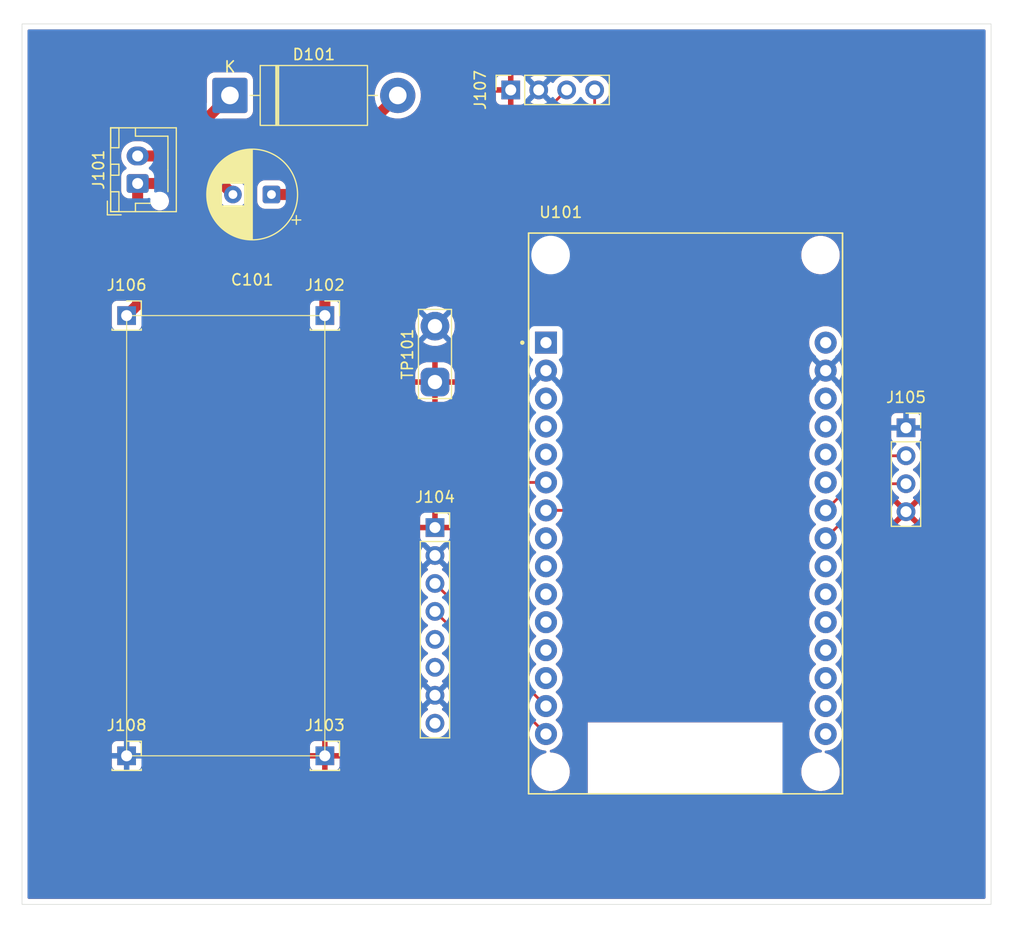
<source format=kicad_pcb>
(kicad_pcb (version 20241229) (generator "pcbnew") (generator_version "9.0")
  (layers (0 "F.Cu" signal) (2 "B.Cu" signal) (13 "F.Paste" user) (15 "B.Paste" user) (5 "F.SilkS" user "F.Silkscreen") (7 "B.SilkS" user "B.Silkscreen") (1 "F.Mask" user) (3 "B.Mask" user) (25 "Edge.Cuts" user))
  (net 0 "")
  (net 1 "GND")
  (net 2 "VCC")
  (net 3 "D21")
  (net 4 "D22")
  (net 8 "D26")
  (net 9 "D25")
  (net 10 "D16")
  (net 11 "D17")
  (net 34 "/12V-")
  (net 35 "/12V+ DO")
  (net 36 "/12V+DI")
  (footprint "Connector_PinSocket_2.54mm:PinSocket_1x04_P2.54mm_Vertical" (layer "F.Cu") (at 99.38 83 90)
    (property "Reference" "J107" (at 0 -2.77 90) (layer "F.SilkS"))
    (property "Value" "Conn_01x04_Pin GSM")
    (fp_line (start 1.33 -1.33) (end 1.33 0) (stroke (width 0.12)) (layer "F.SilkS"))
    (fp_line (start 0 -1.33) (end 1.33 -1.33) (stroke (width 0.12)) (layer "F.SilkS"))
    (fp_line (start 1.33 1.27) (end 1.33 8.95) (stroke (width 0.12)) (layer "F.SilkS"))
    (fp_line (start -1.33 1.27) (end 1.33 1.27) (stroke (width 0.12)) (layer "F.SilkS"))
    (fp_line (start -1.33 1.27) (end -1.33 8.95) (stroke (width 0.12)) (layer "F.SilkS"))
    (fp_line (start -1.33 8.95) (end 1.33 8.95) (stroke (width 0.12)) (layer "F.SilkS"))
    (pad "1" thru_hole rect (at 0 0 90) (size 1.7 1.7) (drill 1) (layers "*.Cu" "*.Mask") (net 2 "VCC"))
    (pad "2" thru_hole circle (at 0 2.54 90) (size 1.7 1.7) (drill 1) (layers "*.Cu" "*.Mask") (net 1 "GND"))
    (pad "3" thru_hole circle (at 0 5.08 90) (size 1.7 1.7) (drill 1) (layers "*.Cu" "*.Mask") (net 10 "D16"))
    (pad "4" thru_hole circle (at 0 7.62 90) (size 1.7 1.7) (drill 1) (layers "*.Cu" "*.Mask") (net 11 "D17"))
  )
  (footprint "Connector_PinSocket_2.54mm:PinSocket_1x01_P2.54mm_Vertical" (layer "F.Cu") (at 64.5 143.5)
    (property "Reference" "J108" (at 0 -2.77 0) (layer "F.SilkS"))
    (property "Value" "Conn_01x01_Socket BC out -")
    (fp_line (start -1.33 1.21) (end -1.33 1.33) (stroke (width 0.12)) (layer "F.SilkS"))
    (fp_line (start -1.33 1.33) (end 1.33 1.33) (stroke (width 0.12)) (layer "F.SilkS"))
    (fp_line (start 0 -1.33) (end 1.33 -1.33) (stroke (width 0.12)) (layer "F.SilkS"))
    (fp_line (start 1.33 -1.33) (end 1.33 0) (stroke (width 0.12)) (layer "F.SilkS"))
    (fp_line (start 1.33 1.21) (end 1.33 1.33) (stroke (width 0.12)) (layer "F.SilkS"))
    (pad "1" thru_hole rect (at 0 0) (size 1.7 1.7) (drill 1) (layers "*.Cu" "*.Mask") (net 1 "GND"))
  )
  (footprint "Connector_PinSocket_2.54mm:PinSocket_1x08_P2.54mm_Vertical" (layer "F.Cu") (at 92.5 122.76)
    (property "Reference" "J104" (at 0 -2.77 0) (layer "F.SilkS"))
    (property "Value" "Conn_01x08_Socket MPU6050")
    (fp_line (start -1.33 1.27) (end -1.33 19.11) (stroke (width 0.12)) (layer "F.SilkS"))
    (fp_line (start -1.33 1.27) (end 1.33 1.27) (stroke (width 0.12)) (layer "F.SilkS"))
    (fp_line (start -1.33 19.11) (end 1.33 19.11) (stroke (width 0.12)) (layer "F.SilkS"))
    (fp_line (start 0 -1.33) (end 1.33 -1.33) (stroke (width 0.12)) (layer "F.SilkS"))
    (fp_line (start 1.33 -1.33) (end 1.33 0) (stroke (width 0.12)) (layer "F.SilkS"))
    (fp_line (start 1.33 1.27) (end 1.33 19.11) (stroke (width 0.12)) (layer "F.SilkS"))
    (pad "1" thru_hole rect (at 0 0) (size 1.7 1.7) (drill 1) (layers "*.Cu" "*.Mask") (net 2 "VCC"))
    (pad "2" thru_hole circle (at 0 2.54) (size 1.7 1.7) (drill 1) (layers "*.Cu" "*.Mask") (net 1 "GND"))
    (pad "3" thru_hole circle (at 0 5.08) (size 1.7 1.7) (drill 1) (layers "*.Cu" "*.Mask") (net 4 "D22"))
    (pad "4" thru_hole circle (at 0 7.62) (size 1.7 1.7) (drill 1) (layers "*.Cu" "*.Mask") (net 3 "D21"))
    (pad "5" thru_hole circle (at 0 10.16) (size 1.7 1.7) (drill 1) (layers "*.Cu" "*.Mask"))
    (pad "6" thru_hole circle (at 0 12.7) (size 1.7 1.7) (drill 1) (layers "*.Cu" "*.Mask"))
    (pad "7" thru_hole circle (at 0 15.24) (size 1.7 1.7) (drill 1) (layers "*.Cu" "*.Mask") (net 1 "GND"))
    (pad "8" thru_hole circle (at 0 17.78) (size 1.7 1.7) (drill 1) (layers "*.Cu" "*.Mask"))
  )
  (footprint "TestPoint:TestPoint_2Pads_Pitch5.08mm_Drill1.3mm" (layer "F.Cu") (at 92.5 109.54 90)
    (property "Reference" "TP101" (at 2.54 -2.5 90) (layer "F.SilkS"))
    (property "Value" "TestPoint_2Pole SIM900a PWR")
    (fp_line (start -1.5 -1.5) (end 6.6 -1.5) (stroke (width 0.12)) (layer "F.SilkS"))
    (fp_line (start -1.5 -1.5) (end -1.5 1.5) (stroke (width 0.12)) (layer "F.SilkS"))
    (fp_line (start 6.6 1.5) (end 6.6 -1.5) (stroke (width 0.12)) (layer "F.SilkS"))
    (fp_line (start 6.6 1.5) (end -1.5 1.5) (stroke (width 0.12)) (layer "F.SilkS"))
    (pad "1" thru_hole roundrect (at 0 0 90) (size 2.6 2.6) (drill 1.3) (layers "*.Cu" "*.Mask") (net 2 "VCC"))
    (pad "2" thru_hole circle (at 5.08 0 90) (size 2.6 2.6) (drill 1.3) (layers "*.Cu" "*.Mask") (net 1 "GND"))
  )
  (footprint "Connector_PinSocket_2.54mm:PinSocket_1x04_P2.54mm_Vertical" (layer "F.Cu") (at 135.275 113.7)
    (property "Reference" "J105" (at 0 -2.77 0) (layer "F.SilkS"))
    (property "Value" "Conn_01x04_Socket GPS")
    (fp_line (start -1.33 1.27) (end -1.33 8.95) (stroke (width 0.12)) (layer "F.SilkS"))
    (fp_line (start -1.33 1.27) (end 1.33 1.27) (stroke (width 0.12)) (layer "F.SilkS"))
    (fp_line (start -1.33 8.95) (end 1.33 8.95) (stroke (width 0.12)) (layer "F.SilkS"))
    (fp_line (start 0 -1.33) (end 1.33 -1.33) (stroke (width 0.12)) (layer "F.SilkS"))
    (fp_line (start 1.33 -1.33) (end 1.33 0) (stroke (width 0.12)) (layer "F.SilkS"))
    (fp_line (start 1.33 1.27) (end 1.33 8.95) (stroke (width 0.12)) (layer "F.SilkS"))
    (pad "1" thru_hole rect (at 0 0) (size 1.7 1.7) (drill 1) (layers "*.Cu" "*.Mask") (net 1 "GND"))
    (pad "2" thru_hole circle (at 0 2.54) (size 1.7 1.7) (drill 1) (layers "*.Cu" "*.Mask") (net 8 "D26"))
    (pad "3" thru_hole circle (at 0 5.08) (size 1.7 1.7) (drill 1) (layers "*.Cu" "*.Mask") (net 9 "D25"))
    (pad "4" thru_hole circle (at 0 7.62) (size 1.7 1.7) (drill 1) (layers "*.Cu" "*.Mask") (net 2 "VCC"))
  )
  (footprint "Connector_PinSocket_2.54mm:PinSocket_1x01_P2.54mm_Vertical" (layer "F.Cu") (at 64.5 103.5)
    (property "Reference" "J106" (at 0 -2.77 0) (layer "F.SilkS"))
    (property "Value" "Conn_01x01_Socket BC in-")
    (fp_line (start -1.33 1.21) (end -1.33 1.33) (stroke (width 0.12)) (layer "F.SilkS"))
    (fp_line (start -1.33 1.33) (end 1.33 1.33) (stroke (width 0.12)) (layer "F.SilkS"))
    (fp_line (start 0 -1.33) (end 1.33 -1.33) (stroke (width 0.12)) (layer "F.SilkS"))
    (fp_line (start 1.33 -1.33) (end 1.33 0) (stroke (width 0.12)) (layer "F.SilkS"))
    (fp_line (start 1.33 1.21) (end 1.33 1.33) (stroke (width 0.12)) (layer "F.SilkS"))
    (pad "1" thru_hole rect (at 0 0) (size 1.7 1.7) (drill 1) (layers "*.Cu" "*.Mask") (net 34 "/12V-"))
  )
  (footprint "Connector_PinSocket_2.54mm:PinSocket_1x01_P2.54mm_Vertical" (layer "F.Cu") (at 82.5 103.5)
    (property "Reference" "J102" (at 0 -2.77 0) (layer "F.SilkS"))
    (property "Value" "Conn_01x01_Socket BC in+")
    (fp_line (start -1.33 1.21) (end -1.33 1.33) (stroke (width 0.12)) (layer "F.SilkS"))
    (fp_line (start -1.33 1.33) (end 1.33 1.33) (stroke (width 0.12)) (layer "F.SilkS"))
    (fp_line (start 0 -1.33) (end 1.33 -1.33) (stroke (width 0.12)) (layer "F.SilkS"))
    (fp_line (start 1.33 -1.33) (end 1.33 0) (stroke (width 0.12)) (layer "F.SilkS"))
    (fp_line (start 1.33 1.21) (end 1.33 1.33) (stroke (width 0.12)) (layer "F.SilkS"))
    (pad "1" thru_hole rect (at 0 0) (size 1.7 1.7) (drill 1) (layers "*.Cu" "*.Mask") (net 35 "/12V+ DO"))
  )
  (footprint "ESP32_Modules:MODULE_ESP32_DEVKIT_V1" (layer "F.Cu") (at 115.28 121.475)
    (property "Reference" "U101" (at -11.355 -27.36 0) (layer "F.SilkS"))
    (property "Value" "ESP32-DEVKIT-V1")
    (fp_line (start -14.28 -25.475) (end -3.211 -25.475) (stroke (width 0.127)) (layer "F.SilkS"))
    (fp_line (start -14.28 -25.475) (end 14.23 -25.475) (stroke (width 0.127)) (layer "F.SilkS"))
    (fp_line (start -14.28 25.475) (end -14.28 -25.475) (stroke (width 0.127)) (layer "F.SilkS"))
    (fp_line (start -14.28 25.475) (end -14.28 -25.475) (stroke (width 0.127)) (layer "F.SilkS"))
    (fp_line (start -14.28 25.475) (end -8.91 25.475) (stroke (width 0.127)) (layer "F.SilkS"))
    (fp_line (start -8.91 25.475) (end 8.78 25.475) (stroke (width 0.127)) (layer "F.SilkS"))
    (fp_line (start -3.211 -25.475) (end 3.5 -25.475) (stroke (width 0.127)) (layer "F.SilkS"))
    (fp_line (start 3.5 -25.475) (end 14.23 -25.475) (stroke (width 0.127)) (layer "F.SilkS"))
    (fp_line (start 8.78 25.475) (end 14.23 25.475) (stroke (width 0.127)) (layer "F.SilkS"))
    (fp_line (start 14.23 -25.475) (end 14.23 25.475) (stroke (width 0.127)) (layer "F.SilkS"))
    (fp_line (start 14.23 -25.475) (end 14.23 25.475) (stroke (width 0.127)) (layer "F.SilkS"))
    (fp_line (start 14.23 25.475) (end -14.28 25.475) (stroke (width 0.127)) (layer "F.SilkS"))
    (fp_circle (center -14.85 -15.515) (end -14.75 -15.515) (stroke (width 0.2)) (fill no) (layer "F.SilkS"))
    (pad "" np_thru_hole circle (at -12.28 -23.475) (size 3 3) (drill 3) (layers "*.Cu" "*.Mask"))
    (pad "" np_thru_hole circle (at -12.28 23.475) (size 3 3) (drill 3) (layers "*.Cu" "*.Mask"))
    (pad "" np_thru_hole circle (at 12.23 -23.475) (size 3 3) (drill 3) (layers "*.Cu" "*.Mask"))
    (pad "" np_thru_hole circle (at 12.23 23.475) (size 3 3) (drill 3) (layers "*.Cu" "*.Mask"))
    (pad "1" thru_hole rect (at -12.7 -15.515) (size 2 2) (drill 1.02) (layers "*.Cu" "*.Mask"))
    (pad "2" thru_hole circle (at -12.7 -12.975) (size 2 2) (drill 1.02) (layers "*.Cu" "*.Mask") (net 1 "GND"))
    (pad "3" thru_hole circle (at -12.7 -10.435) (size 2 2) (drill 1.02) (layers "*.Cu" "*.Mask"))
    (pad "4" thru_hole circle (at -12.7 -7.895) (size 2 2) (drill 1.02) (layers "*.Cu" "*.Mask"))
    (pad "5" thru_hole circle (at -12.7 -5.355) (size 2 2) (drill 1.02) (layers "*.Cu" "*.Mask"))
    (pad "6" thru_hole circle (at -12.7 -2.815) (size 2 2) (drill 1.02) (layers "*.Cu" "*.Mask") (net 10 "D16"))
    (pad "7" thru_hole circle (at -12.7 -0.275) (size 2 2) (drill 1.02) (layers "*.Cu" "*.Mask") (net 11 "D17"))
    (pad "8" thru_hole circle (at -12.7 2.265) (size 2 2) (drill 1.02) (layers "*.Cu" "*.Mask"))
    (pad "9" thru_hole circle (at -12.7 4.805) (size 2 2) (drill 1.02) (layers "*.Cu" "*.Mask"))
    (pad "10" thru_hole circle (at -12.7 7.345) (size 2 2) (drill 1.02) (layers "*.Cu" "*.Mask"))
    (pad "11" thru_hole circle (at -12.7 9.885) (size 2 2) (drill 1.02) (layers "*.Cu" "*.Mask"))
    (pad "12" thru_hole circle (at -12.7 12.425) (size 2 2) (drill 1.02) (layers "*.Cu" "*.Mask"))
    (pad "13" thru_hole circle (at -12.7 14.965) (size 2 2) (drill 1.02) (layers "*.Cu" "*.Mask"))
    (pad "14" thru_hole circle (at -12.7 17.505) (size 2 2) (drill 1.02) (layers "*.Cu" "*.Mask") (net 4 "D22"))
    (pad "15" thru_hole circle (at -12.7 20.045) (size 2 2) (drill 1.02) (layers "*.Cu" "*.Mask") (net 3 "D21"))
    (pad "16" thru_hole circle (at 12.7 20.045) (size 2 2) (drill 1.02) (layers "*.Cu" "*.Mask"))
    (pad "17" thru_hole circle (at 12.7 17.505) (size 2 2) (drill 1.02) (layers "*.Cu" "*.Mask"))
    (pad "18" thru_hole circle (at 12.7 14.965) (size 2 2) (drill 1.02) (layers "*.Cu" "*.Mask"))
    (pad "19" thru_hole circle (at 12.7 12.425) (size 2 2) (drill 1.02) (layers "*.Cu" "*.Mask"))
    (pad "20" thru_hole circle (at 12.7 9.885) (size 2 2) (drill 1.02) (layers "*.Cu" "*.Mask"))
    (pad "21" thru_hole circle (at 12.7 7.345) (size 2 2) (drill 1.02) (layers "*.Cu" "*.Mask"))
    (pad "22" thru_hole circle (at 12.7 4.805) (size 2 2) (drill 1.02) (layers "*.Cu" "*.Mask"))
    (pad "23" thru_hole circle (at 12.7 2.265) (size 2 2) (drill 1.02) (layers "*.Cu" "*.Mask") (net 9 "D25"))
    (pad "24" thru_hole circle (at 12.7 -0.275) (size 2 2) (drill 1.02) (layers "*.Cu" "*.Mask") (net 8 "D26"))
    (pad "25" thru_hole circle (at 12.7 -2.815) (size 2 2) (drill 1.02) (layers "*.Cu" "*.Mask"))
    (pad "26" thru_hole circle (at 12.7 -5.355) (size 2 2) (drill 1.02) (layers "*.Cu" "*.Mask"))
    (pad "27" thru_hole circle (at 12.7 -7.895) (size 2 2) (drill 1.02) (layers "*.Cu" "*.Mask"))
    (pad "28" thru_hole circle (at 12.7 -10.435) (size 2 2) (drill 1.02) (layers "*.Cu" "*.Mask"))
    (pad "29" thru_hole circle (at 12.7 -12.975) (size 2 2) (drill 1.02) (layers "*.Cu" "*.Mask") (net 1 "GND"))
    (pad "30" thru_hole circle (at 12.7 -15.515) (size 2 2) (drill 1.02) (layers "*.Cu" "*.Mask"))
    (zone (net 0) (net_name "") (layer "F.Cu") (connect_pads (clearance 0)) (min_thickness 0.01)
      (keepout (tracks not_allowed) (vias not_allowed) (pads not_allowed) (copperpour not_allowed) (footprints allowed))
      (fill (thermal_gap 0.508) (thermal_bridge_width 0.508))
      (polygon (pts (xy 106.37 140.46) (xy 124.06 140.46) (xy 124.06 146.95) (xy 106.37 146.95)))
    )
    (zone (net 0) (net_name "") (layer "B.Cu") (connect_pads (clearance 0)) (min_thickness 0.01)
      (keepout (tracks not_allowed) (vias not_allowed) (pads not_allowed) (copperpour not_allowed) (footprints allowed))
      (fill (thermal_gap 0.508) (thermal_bridge_width 0.508))
      (polygon (pts (xy 106.37 140.46) (xy 124.06 140.46) (xy 124.06 146.95) (xy 106.37 146.95)))
    )
  )
  (footprint "Diode_THT:D_DO-201AD_P15.24mm_Horizontal" (layer "F.Cu") (at 73.88 83.5)
    (property "Reference" "D101" (at 7.62 -3.72 0) (layer "F.SilkS"))
    (property "Value" "1N5822")
    (fp_line (start 1.84 0) (end 2.75 0) (stroke (width 0.12)) (layer "F.SilkS"))
    (fp_line (start 4.175 -2.72) (end 4.175 2.72) (stroke (width 0.12)) (layer "F.SilkS"))
    (fp_line (start 4.295 -2.72) (end 4.295 2.72) (stroke (width 0.12)) (layer "F.SilkS"))
    (fp_line (start 4.415 -2.72) (end 4.415 2.72) (stroke (width 0.12)) (layer "F.SilkS"))
    (fp_line (start 13.4 0) (end 12.49 0) (stroke (width 0.12)) (layer "F.SilkS"))
    (fp_rect (start 2.75 -2.72) (end 12.49 2.72) (stroke (width 0.12)) (fill no) (layer "F.SilkS"))
    (fp_text user "K" (at 0 -2.6 0) (layer "F.SilkS"))
    (pad "1" thru_hole roundrect (at 0 0) (size 3.2 3.2) (drill 1.6) (layers "*.Cu" "*.Mask") (roundrect_rratio 0.078125) (net 36 "/12V+DI"))
    (pad "2" thru_hole circle (at 15.24 0) (size 3.2 3.2) (drill 1.6) (layers "*.Cu" "*.Mask") (net 35 "/12V+ DO"))
  )
  (footprint "Connector_JST:JST_XH_B2B-XH-AM_1x02_P2.50mm_Vertical" (layer "F.Cu") (at 65.5 91.5 90)
    (property "Reference" "J101" (at 1.25 -3.55 90) (layer "F.SilkS"))
    (property "Value" "Conn_01x02_Socket Bat in")
    (fp_line (start -1.6 -2.75) (end -2.85 -2.75) (stroke (width 0.12)) (layer "F.SilkS"))
    (fp_line (start -2.85 -2.75) (end -2.85 -1.5) (stroke (width 0.12)) (layer "F.SilkS"))
    (fp_line (start 5.06 -2.46) (end -2.56 -2.46) (stroke (width 0.12)) (layer "F.SilkS"))
    (fp_line (start -2.56 -2.46) (end -2.56 3.51) (stroke (width 0.12)) (layer "F.SilkS"))
    (fp_line (start 5.05 -2.45) (end 3.25 -2.45) (stroke (width 0.12)) (layer "F.SilkS"))
    (fp_line (start 3.25 -2.45) (end 3.25 -1.7) (stroke (width 0.12)) (layer "F.SilkS"))
    (fp_line (start 1.75 -2.45) (end 0.75 -2.45) (stroke (width 0.12)) (layer "F.SilkS"))
    (fp_line (start 0.75 -2.45) (end 0.75 -1.7) (stroke (width 0.12)) (layer "F.SilkS"))
    (fp_line (start -0.75 -2.45) (end -2.55 -2.45) (stroke (width 0.12)) (layer "F.SilkS"))
    (fp_line (start -2.55 -2.45) (end -2.55 -1.7) (stroke (width 0.12)) (layer "F.SilkS"))
    (fp_line (start 5.05 -1.7) (end 5.05 -2.45) (stroke (width 0.12)) (layer "F.SilkS"))
    (fp_line (start 3.25 -1.7) (end 5.05 -1.7) (stroke (width 0.12)) (layer "F.SilkS"))
    (fp_line (start 1.75 -1.7) (end 1.75 -2.45) (stroke (width 0.12)) (layer "F.SilkS"))
    (fp_line (start 0.75 -1.7) (end 1.75 -1.7) (stroke (width 0.12)) (layer "F.SilkS"))
    (fp_line (start -0.75 -1.7) (end -0.75 -2.45) (stroke (width 0.12)) (layer "F.SilkS"))
    (fp_line (start -2.55 -1.7) (end -0.75 -1.7) (stroke (width 0.12)) (layer "F.SilkS"))
    (fp_line (start 5.05 -0.2) (end 4.3 -0.2) (stroke (width 0.12)) (layer "F.SilkS"))
    (fp_line (start 4.3 -0.2) (end 4.3 2.75) (stroke (width 0.12)) (layer "F.SilkS"))
    (fp_line (start -1.8 -0.2) (end -1.8 1.14) (stroke (width 0.12)) (layer "F.SilkS"))
    (fp_line (start -2.55 -0.2) (end -1.8 -0.2) (stroke (width 0.12)) (layer "F.SilkS"))
    (fp_line (start 4.3 2.75) (end 1.25 2.75) (stroke (width 0.12)) (layer "F.SilkS"))
    (fp_line (start 1.25 2.75) (end -0.74 2.75) (stroke (width 0.12)) (layer "F.SilkS"))
    (fp_line (start 5.06 3.51) (end 5.06 -2.46) (stroke (width 0.12)) (layer "F.SilkS"))
    (fp_line (start -2.56 3.51) (end 5.06 3.51) (stroke (width 0.12)) (layer "F.SilkS"))
    (pad "" np_thru_hole circle (at -1.6 2 90) (size 1.2 1.2) (drill 1.2) (layers "*.Cu" "*.Mask"))
    (pad "1" thru_hole roundrect (at 0 0 90) (size 1.7 2) (drill 1) (layers "*.Cu" "*.Mask") (roundrect_rratio 0.147059) (net 34 "/12V-"))
    (pad "2" thru_hole oval (at 2.5 0 90) (size 1.7 2) (drill 1) (layers "*.Cu" "*.Mask") (net 36 "/12V+DI"))
  )
  (footprint "Capacitor_THT:CP_Radial_D8.0mm_P3.50mm" (layer "F.Cu") (at 77.652651 92.5 180)
    (property "Reference" "C101" (at 1.75 -7.75 0) (layer "F.SilkS"))
    (property "Value" "C_Polarized")
    (fp_line (start 5.83 -0.533) (end 5.83 0.533) (stroke (width 0.12)) (layer "F.SilkS"))
    (fp_line (start 5.79 -0.768) (end 5.79 0.768) (stroke (width 0.12)) (layer "F.SilkS"))
    (fp_line (start 5.75 -0.947) (end 5.75 0.947) (stroke (width 0.12)) (layer "F.SilkS"))
    (fp_line (start 5.71 -1.097) (end 5.71 1.097) (stroke (width 0.12)) (layer "F.SilkS"))
    (fp_line (start 5.67 -1.228) (end 5.67 1.228) (stroke (width 0.12)) (layer "F.SilkS"))
    (fp_line (start 5.63 -1.346) (end 5.63 1.346) (stroke (width 0.12)) (layer "F.SilkS"))
    (fp_line (start 5.59 -1.453) (end 5.59 1.453) (stroke (width 0.12)) (layer "F.SilkS"))
    (fp_line (start 5.55 -1.552) (end 5.55 1.552) (stroke (width 0.12)) (layer "F.SilkS"))
    (fp_line (start 5.51 -1.644) (end 5.51 1.644) (stroke (width 0.12)) (layer "F.SilkS"))
    (fp_line (start 5.47 -1.731) (end 5.47 1.731) (stroke (width 0.12)) (layer "F.SilkS"))
    (fp_line (start 5.43 -1.813) (end 5.43 1.813) (stroke (width 0.12)) (layer "F.SilkS"))
    (fp_line (start 5.39 -1.89) (end 5.39 1.89) (stroke (width 0.12)) (layer "F.SilkS"))
    (fp_line (start 5.35 -1.964) (end 5.35 1.964) (stroke (width 0.12)) (layer "F.SilkS"))
    (fp_line (start 5.31 -2.034) (end 5.31 2.034) (stroke (width 0.12)) (layer "F.SilkS"))
    (fp_line (start 5.27 -2.101) (end 5.27 2.101) (stroke (width 0.12)) (layer "F.SilkS"))
    (fp_line (start 5.23 -2.165) (end 5.23 2.165) (stroke (width 0.12)) (layer "F.SilkS"))
    (fp_line (start 5.19 -2.227) (end 5.19 2.227) (stroke (width 0.12)) (layer "F.SilkS"))
    (fp_line (start 5.15 -2.287) (end 5.15 2.287) (stroke (width 0.12)) (layer "F.SilkS"))
    (fp_line (start 5.11 -2.344) (end 5.11 2.344) (stroke (width 0.12)) (layer "F.SilkS"))
    (fp_line (start 5.07 -2.4) (end 5.07 2.4) (stroke (width 0.12)) (layer "F.SilkS"))
    (fp_line (start 5.03 -2.453) (end 5.03 2.453) (stroke (width 0.12)) (layer "F.SilkS"))
    (fp_line (start 4.99 -2.505) (end 4.99 2.505) (stroke (width 0.12)) (layer "F.SilkS"))
    (fp_line (start 4.95 -2.555) (end 4.95 2.555) (stroke (width 0.12)) (layer "F.SilkS"))
    (fp_line (start 4.91 -2.604) (end 4.91 2.604) (stroke (width 0.12)) (layer "F.SilkS"))
    (fp_line (start 4.87 -2.651) (end 4.87 2.651) (stroke (width 0.12)) (layer "F.SilkS"))
    (fp_line (start 4.83 -2.696) (end 4.83 2.696) (stroke (width 0.12)) (layer "F.SilkS"))
    (fp_line (start 4.79 -2.741) (end 4.79 2.741) (stroke (width 0.12)) (layer "F.SilkS"))
    (fp_line (start 4.75 -2.784) (end 4.75 2.784) (stroke (width 0.12)) (layer "F.SilkS"))
    (fp_line (start 4.71 -2.826) (end 4.71 2.826) (stroke (width 0.12)) (layer "F.SilkS"))
    (fp_line (start 4.67 -2.867) (end 4.67 2.867) (stroke (width 0.12)) (layer "F.SilkS"))
    (fp_line (start 4.63 -2.906) (end 4.63 2.906) (stroke (width 0.12)) (layer "F.SilkS"))
    (fp_line (start 4.59 -2.945) (end 4.59 2.945) (stroke (width 0.12)) (layer "F.SilkS"))
    (fp_line (start 4.55 -2.982) (end 4.55 2.982) (stroke (width 0.12)) (layer "F.SilkS"))
    (fp_line (start 4.51 1.04) (end 4.51 3.019) (stroke (width 0.12)) (layer "F.SilkS"))
    (fp_line (start 4.51 -3.019) (end 4.51 -1.04) (stroke (width 0.12)) (layer "F.SilkS"))
    (fp_line (start 4.47 1.04) (end 4.47 3.055) (stroke (width 0.12)) (layer "F.SilkS"))
    (fp_line (start 4.47 -3.055) (end 4.47 -1.04) (stroke (width 0.12)) (layer "F.SilkS"))
    (fp_line (start 4.43 1.04) (end 4.43 3.089) (stroke (width 0.12)) (layer "F.SilkS"))
    (fp_line (start 4.43 -3.089) (end 4.43 -1.04) (stroke (width 0.12)) (layer "F.SilkS"))
    (fp_line (start 4.39 1.04) (end 4.39 3.123) (stroke (width 0.12)) (layer "F.SilkS"))
    (fp_line (start 4.39 -3.123) (end 4.39 -1.04) (stroke (width 0.12)) (layer "F.SilkS"))
    (fp_line (start 4.35 1.04) (end 4.35 3.156) (stroke (width 0.12)) (layer "F.SilkS"))
    (fp_line (start 4.35 -3.156) (end 4.35 -1.04) (stroke (width 0.12)) (layer "F.SilkS"))
    (fp_line (start 4.31 1.04) (end 4.31 3.188) (stroke (width 0.12)) (layer "F.SilkS"))
    (fp_line (start 4.31 -3.188) (end 4.31 -1.04) (stroke (width 0.12)) (layer "F.SilkS"))
    (fp_line (start 4.27 1.04) (end 4.27 3.219) (stroke (width 0.12)) (layer "F.SilkS"))
    (fp_line (start 4.27 -3.219) (end 4.27 -1.04) (stroke (width 0.12)) (layer "F.SilkS"))
    (fp_line (start 4.23 1.04) (end 4.23 3.25) (stroke (width 0.12)) (layer "F.SilkS"))
    (fp_line (start 4.23 -3.25) (end 4.23 -1.04) (stroke (width 0.12)) (layer "F.SilkS"))
    (fp_line (start 4.19 1.04) (end 4.19 3.28) (stroke (width 0.12)) (layer "F.SilkS"))
    (fp_line (start 4.19 -3.28) (end 4.19 -1.04) (stroke (width 0.12)) (layer "F.SilkS"))
    (fp_line (start 4.15 1.04) (end 4.15 3.309) (stroke (width 0.12)) (layer "F.SilkS"))
    (fp_line (start 4.15 -3.309) (end 4.15 -1.04) (stroke (width 0.12)) (layer "F.SilkS"))
    (fp_line (start 4.11 1.04) (end 4.11 3.337) (stroke (width 0.12)) (layer "F.SilkS"))
    (fp_line (start 4.11 -3.337) (end 4.11 -1.04) (stroke (width 0.12)) (layer "F.SilkS"))
    (fp_line (start 4.07 1.04) (end 4.07 3.365) (stroke (width 0.12)) (layer "F.SilkS"))
    (fp_line (start 4.07 -3.365) (end 4.07 -1.04) (stroke (width 0.12)) (layer "F.SilkS"))
    (fp_line (start 4.03 1.04) (end 4.03 3.392) (stroke (width 0.12)) (layer "F.SilkS"))
    (fp_line (start 4.03 -3.392) (end 4.03 -1.04) (stroke (width 0.12)) (layer "F.SilkS"))
    (fp_line (start 3.99 1.04) (end 3.99 3.418) (stroke (width 0.12)) (layer "F.SilkS"))
    (fp_line (start 3.99 -3.418) (end 3.99 -1.04) (stroke (width 0.12)) (layer "F.SilkS"))
    (fp_line (start 3.95 1.04) (end 3.95 3.443) (stroke (width 0.12)) (layer "F.SilkS"))
    (fp_line (start 3.95 -3.443) (end 3.95 -1.04) (stroke (width 0.12)) (layer "F.SilkS"))
    (fp_line (start 3.91 1.04) (end 3.91 3.468) (stroke (width 0.12)) (layer "F.SilkS"))
    (fp_line (start 3.91 -3.468) (end 3.91 -1.04) (stroke (width 0.12)) (layer "F.SilkS"))
    (fp_line (start 3.87 1.04) (end 3.87 3.493) (stroke (width 0.12)) (layer "F.SilkS"))
    (fp_line (start 3.87 -3.493) (end 3.87 -1.04) (stroke (width 0.12)) (layer "F.SilkS"))
    (fp_line (start 3.83 1.04) (end 3.83 3.516) (stroke (width 0.12)) (layer "F.SilkS"))
    (fp_line (start 3.83 -3.516) (end 3.83 -1.04) (stroke (width 0.12)) (layer "F.SilkS"))
    (fp_line (start 3.79 1.04) (end 3.79 3.539) (stroke (width 0.12)) (layer "F.SilkS"))
    (fp_line (start 3.79 -3.539) (end 3.79 -1.04) (stroke (width 0.12)) (layer "F.SilkS"))
    (fp_line (start 3.75 1.04) (end 3.75 3.562) (stroke (width 0.12)) (layer "F.SilkS"))
    (fp_line (start 3.75 -3.562) (end 3.75 -1.04) (stroke (width 0.12)) (layer "F.SilkS"))
    (fp_line (start 3.71 1.04) (end 3.71 3.584) (stroke (width 0.12)) (layer "F.SilkS"))
    (fp_line (start 3.71 -3.584) (end 3.71 -1.04) (stroke (width 0.12)) (layer "F.SilkS"))
    (fp_line (start 3.67 1.04) (end 3.67 3.605) (stroke (width 0.12)) (layer "F.SilkS"))
    (fp_line (start 3.67 -3.605) (end 3.67 -1.04) (stroke (width 0.12)) (layer "F.SilkS"))
    (fp_line (start 3.63 1.04) (end 3.63 3.626) (stroke (width 0.12)) (layer "F.SilkS"))
    (fp_line (start 3.63 -3.626) (end 3.63 -1.04) (stroke (width 0.12)) (layer "F.SilkS"))
    (fp_line (start 3.59 1.04) (end 3.59 3.646) (stroke (width 0.12)) (layer "F.SilkS"))
    (fp_line (start 3.59 -3.646) (end 3.59 -1.04) (stroke (width 0.12)) (layer "F.SilkS"))
    (fp_line (start 3.55 1.04) (end 3.55 3.666) (stroke (width 0.12)) (layer "F.SilkS"))
    (fp_line (start 3.55 -3.666) (end 3.55 -1.04) (stroke (width 0.12)) (layer "F.SilkS"))
    (fp_line (start 3.51 1.04) (end 3.51 3.685) (stroke (width 0.12)) (layer "F.SilkS"))
    (fp_line (start 3.51 -3.685) (end 3.51 -1.04) (stroke (width 0.12)) (layer "F.SilkS"))
    (fp_line (start 3.47 1.04) (end 3.47 3.704) (stroke (width 0.12)) (layer "F.SilkS"))
    (fp_line (start 3.47 -3.704) (end 3.47 -1.04) (stroke (width 0.12)) (layer "F.SilkS"))
    (fp_line (start 3.43 1.04) (end 3.43 3.722) (stroke (width 0.12)) (layer "F.SilkS"))
    (fp_line (start 3.43 -3.722) (end 3.43 -1.04) (stroke (width 0.12)) (layer "F.SilkS"))
    (fp_line (start 3.39 1.04) (end 3.39 3.74) (stroke (width 0.12)) (layer "F.SilkS"))
    (fp_line (start 3.39 -3.74) (end 3.39 -1.04) (stroke (width 0.12)) (layer "F.SilkS"))
    (fp_line (start 3.35 1.04) (end 3.35 3.757) (stroke (width 0.12)) (layer "F.SilkS"))
    (fp_line (start 3.35 -3.757) (end 3.35 -1.04) (stroke (width 0.12)) (layer "F.SilkS"))
    (fp_line (start 3.31 1.04) (end 3.31 3.773) (stroke (width 0.12)) (layer "F.SilkS"))
    (fp_line (start 3.31 -3.773) (end 3.31 -1.04) (stroke (width 0.12)) (layer "F.SilkS"))
    (fp_line (start 3.27 1.04) (end 3.27 3.789) (stroke (width 0.12)) (layer "F.SilkS"))
    (fp_line (start 3.27 -3.789) (end 3.27 -1.04) (stroke (width 0.12)) (layer "F.SilkS"))
    (fp_line (start 3.23 1.04) (end 3.23 3.805) (stroke (width 0.12)) (layer "F.SilkS"))
    (fp_line (start 3.23 -3.805) (end 3.23 -1.04) (stroke (width 0.12)) (layer "F.SilkS"))
    (fp_line (start 3.19 1.04) (end 3.19 3.82) (stroke (width 0.12)) (layer "F.SilkS"))
    (fp_line (start 3.19 -3.82) (end 3.19 -1.04) (stroke (width 0.12)) (layer "F.SilkS"))
    (fp_line (start 3.15 1.04) (end 3.15 3.835) (stroke (width 0.12)) (layer "F.SilkS"))
    (fp_line (start 3.15 -3.835) (end 3.15 -1.04) (stroke (width 0.12)) (layer "F.SilkS"))
    (fp_line (start 3.11 1.04) (end 3.11 3.849) (stroke (width 0.12)) (layer "F.SilkS"))
    (fp_line (start 3.11 -3.849) (end 3.11 -1.04) (stroke (width 0.12)) (layer "F.SilkS"))
    (fp_line (start 3.07 1.04) (end 3.07 3.863) (stroke (width 0.12)) (layer "F.SilkS"))
    (fp_line (start 3.07 -3.863) (end 3.07 -1.04) (stroke (width 0.12)) (layer "F.SilkS"))
    (fp_line (start 3.03 1.04) (end 3.03 3.876) (stroke (width 0.12)) (layer "F.SilkS"))
    (fp_line (start 3.03 -3.876) (end 3.03 -1.04) (stroke (width 0.12)) (layer "F.SilkS"))
    (fp_line (start 2.99 1.04) (end 2.99 3.889) (stroke (width 0.12)) (layer "F.SilkS"))
    (fp_line (start 2.99 -3.889) (end 2.99 -1.04) (stroke (width 0.12)) (layer "F.SilkS"))
    (fp_line (start 2.95 1.04) (end 2.95 3.901) (stroke (width 0.12)) (layer "F.SilkS"))
    (fp_line (start 2.95 -3.901) (end 2.95 -1.04) (stroke (width 0.12)) (layer "F.SilkS"))
    (fp_line (start 2.91 1.04) (end 2.91 3.913) (stroke (width 0.12)) (layer "F.SilkS"))
    (fp_line (start 2.91 -3.913) (end 2.91 -1.04) (stroke (width 0.12)) (layer "F.SilkS"))
    (fp_line (start 2.87 1.04) (end 2.87 3.925) (stroke (width 0.12)) (layer "F.SilkS"))
    (fp_line (start 2.87 -3.925) (end 2.87 -1.04) (stroke (width 0.12)) (layer "F.SilkS"))
    (fp_line (start 2.83 1.04) (end 2.83 3.936) (stroke (width 0.12)) (layer "F.SilkS"))
    (fp_line (start 2.83 -3.936) (end 2.83 -1.04) (stroke (width 0.12)) (layer "F.SilkS"))
    (fp_line (start 2.79 1.04) (end 2.79 3.947) (stroke (width 0.12)) (layer "F.SilkS"))
    (fp_line (start 2.79 -3.947) (end 2.79 -1.04) (stroke (width 0.12)) (layer "F.SilkS"))
    (fp_line (start 2.75 1.04) (end 2.75 3.957) (stroke (width 0.12)) (layer "F.SilkS"))
    (fp_line (start 2.75 -3.957) (end 2.75 -1.04) (stroke (width 0.12)) (layer "F.SilkS"))
    (fp_line (start 2.71 1.04) (end 2.71 3.967) (stroke (width 0.12)) (layer "F.SilkS"))
    (fp_line (start 2.71 -3.967) (end 2.71 -1.04) (stroke (width 0.12)) (layer "F.SilkS"))
    (fp_line (start 2.67 1.04) (end 2.67 3.976) (stroke (width 0.12)) (layer "F.SilkS"))
    (fp_line (start 2.67 -3.976) (end 2.67 -1.04) (stroke (width 0.12)) (layer "F.SilkS"))
    (fp_line (start 2.63 1.04) (end 2.63 3.985) (stroke (width 0.12)) (layer "F.SilkS"))
    (fp_line (start 2.63 -3.985) (end 2.63 -1.04) (stroke (width 0.12)) (layer "F.SilkS"))
    (fp_line (start 2.59 1.04) (end 2.59 3.993) (stroke (width 0.12)) (layer "F.SilkS"))
    (fp_line (start 2.59 -3.993) (end 2.59 -1.04) (stroke (width 0.12)) (layer "F.SilkS"))
    (fp_line (start 2.55 1.04) (end 2.55 4.002) (stroke (width 0.12)) (layer "F.SilkS"))
    (fp_line (start 2.55 -4.002) (end 2.55 -1.04) (stroke (width 0.12)) (layer "F.SilkS"))
    (fp_line (start 2.51 1.04) (end 2.51 4.009) (stroke (width 0.12)) (layer "F.SilkS"))
    (fp_line (start 2.51 -4.009) (end 2.51 -1.04) (stroke (width 0.12)) (layer "F.SilkS"))
    (fp_line (start 2.47 1.04) (end 2.47 4.017) (stroke (width 0.12)) (layer "F.SilkS"))
    (fp_line (start 2.47 -4.017) (end 2.47 -1.04) (stroke (width 0.12)) (layer "F.SilkS"))
    (fp_line (start 2.43 -4.023) (end 2.43 4.023) (stroke (width 0.12)) (layer "F.SilkS"))
    (fp_line (start 2.39 -4.03) (end 2.39 4.03) (stroke (width 0.12)) (layer "F.SilkS"))
    (fp_line (start 2.35 -4.036) (end 2.35 4.036) (stroke (width 0.12)) (layer "F.SilkS"))
    (fp_line (start 2.31 -4.042) (end 2.31 4.042) (stroke (width 0.12)) (layer "F.SilkS"))
    (fp_line (start 2.27 -4.047) (end 2.27 4.047) (stroke (width 0.12)) (layer "F.SilkS"))
    (fp_line (start 2.23 -4.052) (end 2.23 4.052) (stroke (width 0.12)) (layer "F.SilkS"))
    (fp_line (start 2.19 -4.056) (end 2.19 4.056) (stroke (width 0.12)) (layer "F.SilkS"))
    (fp_line (start 2.15 -4.061) (end 2.15 4.061) (stroke (width 0.12)) (layer "F.SilkS"))
    (fp_line (start 2.11 -4.064) (end 2.11 4.064) (stroke (width 0.12)) (layer "F.SilkS"))
    (fp_line (start 2.07 -4.068) (end 2.07 4.068) (stroke (width 0.12)) (layer "F.SilkS"))
    (fp_line (start 2.03 -4.07) (end 2.03 4.07) (stroke (width 0.12)) (layer "F.SilkS"))
    (fp_line (start 1.99 -4.073) (end 1.99 4.073) (stroke (width 0.12)) (layer "F.SilkS"))
    (fp_line (start 1.95 -4.075) (end 1.95 4.075) (stroke (width 0.12)) (layer "F.SilkS"))
    (fp_line (start 1.91 -4.077) (end 1.91 4.077) (stroke (width 0.12)) (layer "F.SilkS"))
    (fp_line (start 1.87 -4.078) (end 1.87 4.078) (stroke (width 0.12)) (layer "F.SilkS"))
    (fp_line (start 1.83 -4.079) (end 1.83 4.079) (stroke (width 0.12)) (layer "F.SilkS"))
    (fp_line (start 1.79 -4.08) (end 1.79 4.08) (stroke (width 0.12)) (layer "F.SilkS"))
    (fp_line (start 1.75 -4.08) (end 1.75 4.08) (stroke (width 0.12)) (layer "F.SilkS"))
    (fp_line (start -2.259698 -2.715) (end -2.259698 -1.915) (stroke (width 0.12)) (layer "F.SilkS"))
    (fp_line (start -2.659698 -2.315) (end -1.859698 -2.315) (stroke (width 0.12)) (layer "F.SilkS"))
    (fp_circle (center 1.75 0) (end 5.87 0) (stroke (width 0.12)) (fill no) (layer "F.SilkS"))
    (pad "1" thru_hole roundrect (at 0 0 180) (size 1.6 1.6) (drill 0.8) (layers "*.Cu" "*.Mask") (roundrect_rratio 0.15625) (net 35 "/12V+ DO"))
    (pad "2" thru_hole circle (at 3.5 0 180) (size 1.6 1.6) (drill 0.8) (layers "*.Cu" "*.Mask") (net 34 "/12V-"))
  )
  (footprint "Connector_PinSocket_2.54mm:PinSocket_1x01_P2.54mm_Vertical" (layer "F.Cu") (at 82.5 143.5)
    (property "Reference" "J103" (at 0 -2.77 0) (layer "F.SilkS"))
    (property "Value" "Conn_01x01_Socket BC out +")
    (fp_line (start -1.33 1.21) (end -1.33 1.33) (stroke (width 0.12)) (layer "F.SilkS"))
    (fp_line (start -1.33 1.33) (end 1.33 1.33) (stroke (width 0.12)) (layer "F.SilkS"))
    (fp_line (start 0 -1.33) (end 1.33 -1.33) (stroke (width 0.12)) (layer "F.SilkS"))
    (fp_line (start 1.33 -1.33) (end 1.33 0) (stroke (width 0.12)) (layer "F.SilkS"))
    (fp_line (start 1.33 1.21) (end 1.33 1.33) (stroke (width 0.12)) (layer "F.SilkS"))
    (pad "1" thru_hole rect (at 0 0) (size 1.7 1.7) (drill 1) (layers "*.Cu" "*.Mask") (net 2 "VCC"))
  )
  (gr_rect (start 64.5 103.5) (end 82.5 143.5) (stroke (width 0.1)) (fill no) (layer "F.SilkS"))
  (gr_rect (start 55 77) (end 143 157) (stroke (width 0.05)) (fill no) (layer "Edge.Cuts"))
  (segment (start 97.2 135.08) (end 97.2 136.14) (width 0.25) (layer "F.Cu") (net 3))
  (segment (start 97.2 136.14) (end 102.58 141.52) (width 0.25) (layer "F.Cu") (net 3))
  (segment (start 92.5 130.38) (end 97.2 135.08) (width 0.25) (layer "F.Cu") (net 3))
  (segment (start 92.5 127.84) (end 99.2 134.54) (width 0.25) (layer "F.Cu") (net 4))
  (segment (start 99.2 135.6) (end 102.58 138.98) (width 0.25) (layer "F.Cu") (net 4))
  (segment (start 99.2 134.54) (end 99.2 135.6) (width 0.25) (layer "F.Cu") (net 4))
  (segment (start 132.94 116.24) (end 135.275 116.24) (width 0.25) (layer "F.Cu") (net 8))
  (segment (start 127.98 121.2) (end 132.94 116.24) (width 0.25) (layer "F.Cu") (net 8))
  (segment (start 127.98 123.74) (end 132.94 118.78) (width 0.25) (layer "F.Cu") (net 9))
  (segment (start 132.94 118.78) (end 135.275 118.78) (width 0.25) (layer "F.Cu") (net 9))
  (segment (start 104.46 83) (end 97.8 89.66) (width 0.25) (layer "F.Cu") (net 10))
  (segment (start 98.4 118.8) (end 98.54 118.66) (width 0.25) (layer "F.Cu") (net 10))
  (segment (start 98.54 118.66) (end 102.58 118.66) (width 0.25) (layer "F.Cu") (net 10))
  (segment (start 97.8 118.8) (end 98.4 118.8) (width 0.25) (layer "F.Cu") (net 10))
  (segment (start 97.8 89.66) (end 97.8 118.8) (width 0.25) (layer "F.Cu") (net 10))
  (segment (start 107 121) (end 106.8 121.2) (width 0.25) (layer "F.Cu") (net 11))
  (segment (start 107 83) (end 107 121) (width 0.25) (layer "F.Cu") (net 11))
  (segment (start 106.8 121.2) (end 102.58 121.2) (width 0.25) (layer "F.Cu") (net 11))
  (segment (start 74.152651 92.5) (end 73.152651 91.5) (width 1) (layer "F.Cu") (net 34))
  (segment (start 65.5 102.5) (end 65.5 91.5) (width 1) (layer "F.Cu") (net 34))
  (segment (start 64.5 103.5) (end 65.5 102.5) (width 1) (layer "F.Cu") (net 34))
  (segment (start 73.152651 91.5) (end 65.5 91.5) (width 1) (layer "F.Cu") (net 34))
  (segment (start 80.12 92.5) (end 89.12 83.5) (width 1) (layer "F.Cu") (net 35))
  (segment (start 82.5 94.88) (end 80.12 92.5) (width 1) (layer "F.Cu") (net 35))
  (segment (start 77.652651 92.5) (end 80.12 92.5) (width 1) (layer "F.Cu") (net 35))
  (segment (start 82.5 103.5) (end 82.5 94.88) (width 1) (layer "F.Cu") (net 35))
  (segment (start 68.38 89) (end 73.88 83.5) (width 1) (layer "F.Cu") (net 36))
  (segment (start 65.5 89) (end 68.38 89) (width 1) (layer "F.Cu") (net 36))
  (zone (net 2) (net_name "VCC") (layer "F.Cu") (priority 2) (connect_pads (clearance 0.5)) (min_thickness 0.25) (fill yes (thermal_gap 0.5) (thermal_bridge_width 0.5))
    (polygon (pts (xy 53 75) (xy 146 75) (xy 145 159) (xy 53 159)))
  )
  (zone (net 1) (net_name "GND") (layer "B.Cu") (connect_pads (clearance 0.5)) (min_thickness 0.25) (fill yes (thermal_gap 0.5) (thermal_bridge_width 0.5))
    (polygon (pts (xy 146 75) (xy 53 75) (xy 53 159) (xy 145 159)))
  )
)
</source>
